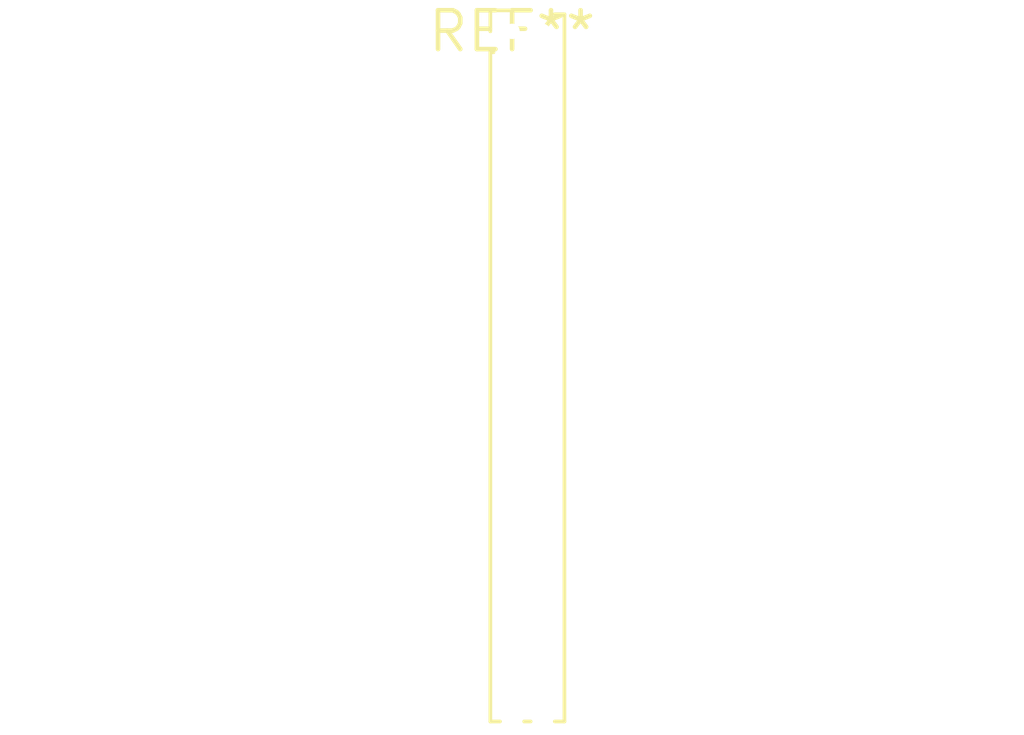
<source format=kicad_pcb>
(kicad_pcb (version 20240108) (generator pcbnew)
  (layers (0 "F.Cu" signal) (31 "B.Cu" signal) (34 "B.Paste" user) (35 "F.Paste" user) (36 "B.SilkS" user "B.Silkscreen") (37 "F.SilkS" user "F.Silkscreen") (38 "B.Mask" user) (39 "F.Mask" user) (44 "Edge.Cuts" user))
  (net 0 "")
  (footprint "PinHeader_2x23_P1.00mm_Vertical" (layer "F.Cu") (at 0 0)
    (property "Reference" "REF**")
    (property "Value" "PinHeader_2x23_P1.00mm_Vertical")
    (fp_line (start -0.71 -0.685) (end 0 -0.685) (layer "F.SilkS") (stroke (width 0.12)))
    (fp_line (start -0.71 0) (end -0.71 -0.685) (layer "F.SilkS") (stroke (width 0.12)))
    (fp_line (start -0.71 0.685) (end -0.71 22.56) (layer "F.SilkS") (stroke (width 0.12)))
    (fp_line (start -0.71 0.685) (end -0.608276 0.685) (layer "F.SilkS") (stroke (width 0.12)))
    (fp_line (start -0.71 22.56) (end -0.394493 22.56) (layer "F.SilkS") (stroke (width 0.12)))
    (fp_line (start 0.394493 22.56) (end 0.605507 22.56) (layer "F.SilkS") (stroke (width 0.12)))
    (fp_line (start 1.394493 -0.56) (end 1.71 -0.56) (layer "F.SilkS") (stroke (width 0.12)))
    (fp_line (start 1.394493 22.56) (end 1.71 22.56) (layer "F.SilkS") (stroke (width 0.12)))
    (fp_line (start 1.71 -0.56) (end 1.71 22.56) (layer "F.SilkS") (stroke (width 0.12)))
    (pad "1" thru_hole rect (at 0 0) (size 0.85 0.85) (drill 0.5) (layers *.Cu *.Mask) (remove_unused_layers))
    (pad "2" thru_hole oval (at 1 0) (size 0.85 0.85) (drill 0.5) (layers *.Cu *.Mask) (remove_unused_layers))
    (pad "3" thru_hole oval (at 0 1) (size 0.85 0.85) (drill 0.5) (layers *.Cu *.Mask) (remove_unused_layers))
    (pad "4" thru_hole oval (at 1 1) (size 0.85 0.85) (drill 0.5) (layers *.Cu *.Mask) (remove_unused_layers))
    (pad "5" thru_hole oval (at 0 2) (size 0.85 0.85) (drill 0.5) (layers *.Cu *.Mask) (remove_unused_layers))
    (pad "6" thru_hole oval (at 1 2) (size 0.85 0.85) (drill 0.5) (layers *.Cu *.Mask) (remove_unused_layers))
    (pad "7" thru_hole oval (at 0 3) (size 0.85 0.85) (drill 0.5) (layers *.Cu *.Mask) (remove_unused_layers))
    (pad "8" thru_hole oval (at 1 3) (size 0.85 0.85) (drill 0.5) (layers *.Cu *.Mask) (remove_unused_layers))
    (pad "9" thru_hole oval (at 0 4) (size 0.85 0.85) (drill 0.5) (layers *.Cu *.Mask) (remove_unused_layers))
    (pad "10" thru_hole oval (at 1 4) (size 0.85 0.85) (drill 0.5) (layers *.Cu *.Mask) (remove_unused_layers))
    (pad "11" thru_hole oval (at 0 5) (size 0.85 0.85) (drill 0.5) (layers *.Cu *.Mask) (remove_unused_layers))
    (pad "12" thru_hole oval (at 1 5) (size 0.85 0.85) (drill 0.5) (layers *.Cu *.Mask) (remove_unused_layers))
    (pad "13" thru_hole oval (at 0 6) (size 0.85 0.85) (drill 0.5) (layers *.Cu *.Mask) (remove_unused_layers))
    (pad "14" thru_hole oval (at 1 6) (size 0.85 0.85) (drill 0.5) (layers *.Cu *.Mask) (remove_unused_layers))
    (pad "15" thru_hole oval (at 0 7) (size 0.85 0.85) (drill 0.5) (layers *.Cu *.Mask) (remove_unused_layers))
    (pad "16" thru_hole oval (at 1 7) (size 0.85 0.85) (drill 0.5) (layers *.Cu *.Mask) (remove_unused_layers))
    (pad "17" thru_hole oval (at 0 8) (size 0.85 0.85) (drill 0.5) (layers *.Cu *.Mask) (remove_unused_layers))
    (pad "18" thru_hole oval (at 1 8) (size 0.85 0.85) (drill 0.5) (layers *.Cu *.Mask) (remove_unused_layers))
    (pad "19" thru_hole oval (at 0 9) (size 0.85 0.85) (drill 0.5) (layers *.Cu *.Mask) (remove_unused_layers))
    (pad "20" thru_hole oval (at 1 9) (size 0.85 0.85) (drill 0.5) (layers *.Cu *.Mask) (remove_unused_layers))
    (pad "21" thru_hole oval (at 0 10) (size 0.85 0.85) (drill 0.5) (layers *.Cu *.Mask) (remove_unused_layers))
    (pad "22" thru_hole oval (at 1 10) (size 0.85 0.85) (drill 0.5) (layers *.Cu *.Mask) (remove_unused_layers))
    (pad "23" thru_hole oval (at 0 11) (size 0.85 0.85) (drill 0.5) (layers *.Cu *.Mask) (remove_unused_layers))
    (pad "24" thru_hole oval (at 1 11) (size 0.85 0.85) (drill 0.5) (layers *.Cu *.Mask) (remove_unused_layers))
    (pad "25" thru_hole oval (at 0 12) (size 0.85 0.85) (drill 0.5) (layers *.Cu *.Mask) (remove_unused_layers))
    (pad "26" thru_hole oval (at 1 12) (size 0.85 0.85) (drill 0.5) (layers *.Cu *.Mask) (remove_unused_layers))
    (pad "27" thru_hole oval (at 0 13) (size 0.85 0.85) (drill 0.5) (layers *.Cu *.Mask) (remove_unused_layers))
    (pad "28" thru_hole oval (at 1 13) (size 0.85 0.85) (drill 0.5) (layers *.Cu *.Mask) (remove_unused_layers))
    (pad "29" thru_hole oval (at 0 14) (size 0.85 0.85) (drill 0.5) (layers *.Cu *.Mask) (remove_unused_layers))
    (pad "30" thru_hole oval (at 1 14) (size 0.85 0.85) (drill 0.5) (layers *.Cu *.Mask) (remove_unused_layers))
    (pad "31" thru_hole oval (at 0 15) (size 0.85 0.85) (drill 0.5) (layers *.Cu *.Mask) (remove_unused_layers))
    (pad "32" thru_hole oval (at 1 15) (size 0.85 0.85) (drill 0.5) (layers *.Cu *.Mask) (remove_unused_layers))
    (pad "33" thru_hole oval (at 0 16) (size 0.85 0.85) (drill 0.5) (layers *.Cu *.Mask) (remove_unused_layers))
    (pad "34" thru_hole oval (at 1 16) (size 0.85 0.85) (drill 0.5) (layers *.Cu *.Mask) (remove_unused_layers))
    (pad "35" thru_hole oval (at 0 17) (size 0.85 0.85) (drill 0.5) (layers *.Cu *.Mask) (remove_unused_layers))
    (pad "36" thru_hole oval (at 1 17) (size 0.85 0.85) (drill 0.5) (layers *.Cu *.Mask) (remove_unused_layers))
    (pad "37" thru_hole oval (at 0 18) (size 0.85 0.85) (drill 0.5) (layers *.Cu *.Mask) (remove_unused_layers))
    (pad "38" thru_hole oval (at 1 18) (size 0.85 0.85) (drill 0.5) (layers *.Cu *.Mask) (remove_unused_layers))
    (pad "39" thru_hole oval (at 0 19) (size 0.85 0.85) (drill 0.5) (layers *.Cu *.Mask) (remove_unused_layers))
    (pad "40" thru_hole oval (at 1 19) (size 0.85 0.85) (drill 0.5) (layers *.Cu *.Mask) (remove_unused_layers))
    (pad "41" thru_hole oval (at 0 20) (size 0.85 0.85) (drill 0.5) (layers *.Cu *.Mask) (remove_unused_layers))
    (pad "42" thru_hole oval (at 1 20) (size 0.85 0.85) (drill 0.5) (layers *.Cu *.Mask) (remove_unused_layers))
    (pad "43" thru_hole oval (at 0 21) (size 0.85 0.85) (drill 0.5) (layers *.Cu *.Mask) (remove_unused_layers))
    (pad "44" thru_hole oval (at 1 21) (size 0.85 0.85) (drill 0.5) (layers *.Cu *.Mask) (remove_unused_layers))
    (pad "45" thru_hole oval (at 0 22) (size 0.85 0.85) (drill 0.5) (layers *.Cu *.Mask) (remove_unused_layers))
    (pad "46" thru_hole oval (at 1 22) (size 0.85 0.85) (drill 0.5) (layers *.Cu *.Mask) (remove_unused_layers))
  )
)
</source>
